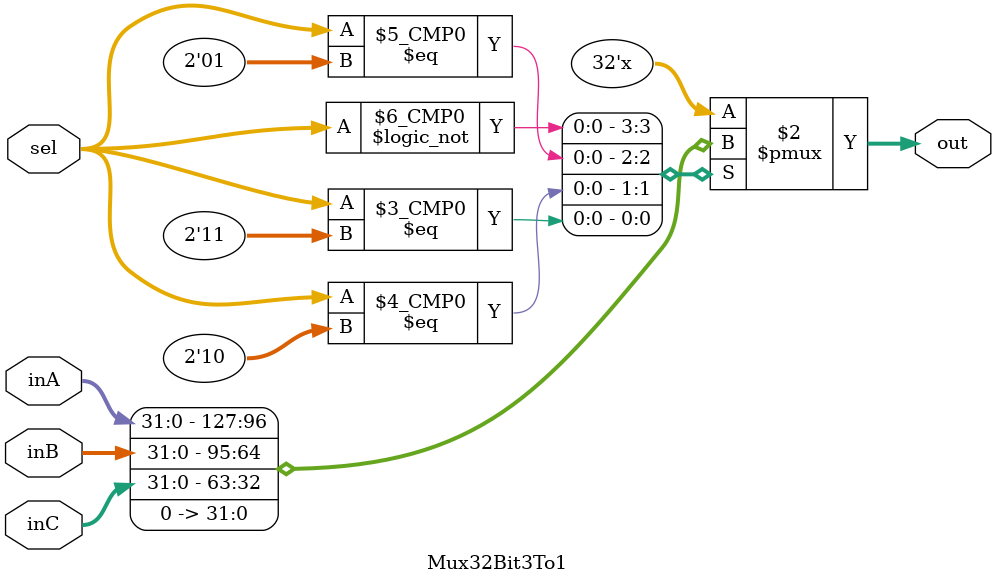
<source format=v>
`timescale 1ns / 1ps

module Mux32Bit3To1(out, inA, inB, inC, sel);

    output reg [31:0] out;
    
    input [31:0] inA;
    input [31:0] inB;
    input [31:0] inC;
    input [1:0] sel;

    always @(*) begin
        case(sel)
            2'b00: out <= inA;
            2'b01: out <= inB;
            2'b10: out <= inC;
            2'b11: out <= 32'b0;
        endcase
    end

endmodule
</source>
